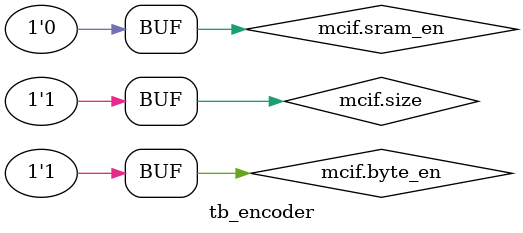
<source format=sv>
`timescale 1ns/1ns

`include "memory_control_if.vh"

module tb_encoder();

memory_control_if mcif();

encoder encoder(mcif);

initial begin
	mcif.size = 1;
	mcif.sram_en   = 2'b10;
	mcif.byte_en = 4'h3;
	mcif.ram_rData[0] = 32'hAAAABBBB;
	mcif.ram_rData[1] = 32'h44445555;
end

endmodule


</source>
